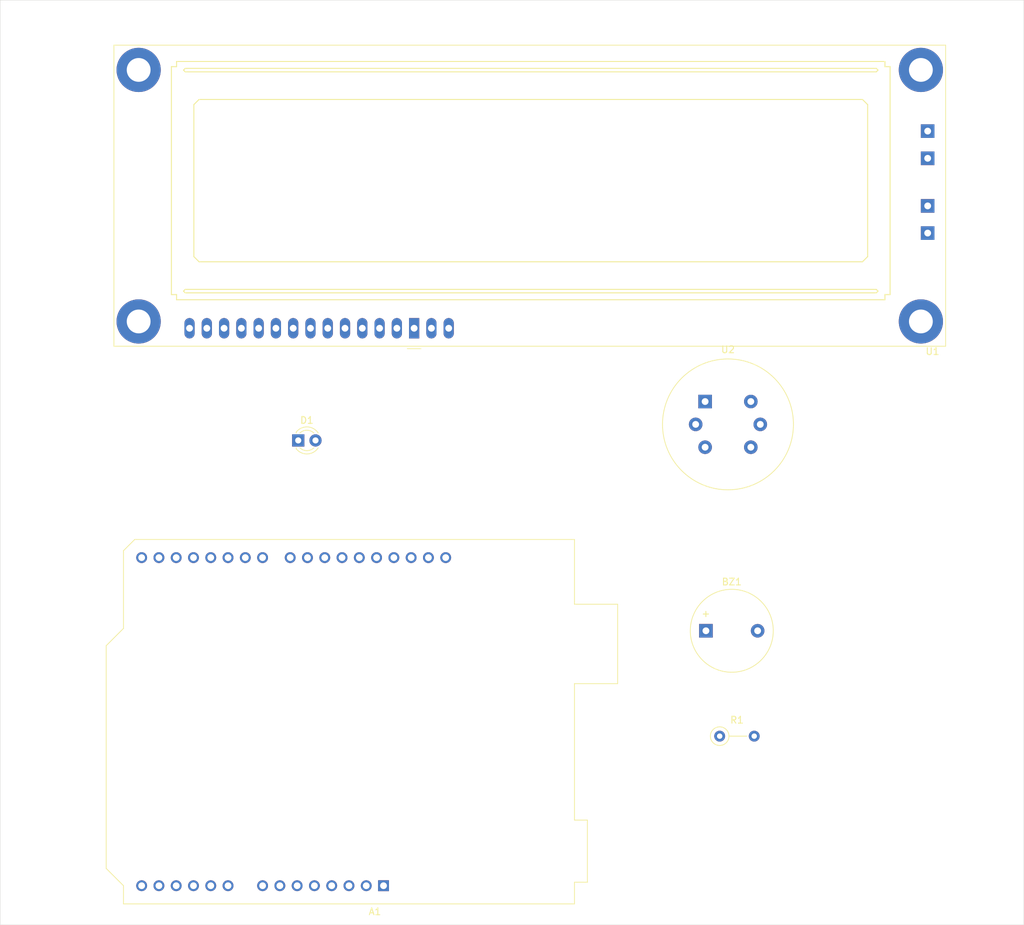
<source format=kicad_pcb>
(kicad_pcb (version 20240108) (generator "pcbnew") (generator_version "8.0")
  (layers (0 "F.Cu" signal) (31 "B.Cu" signal) (34 "B.Paste" user) (35 "F.Paste" user) (36 "B.SilkS" user "B.Silkscreen") (37 "F.SilkS" user "F.Silkscreen") (38 "B.Mask" user) (39 "F.Mask" user) (44 "Edge.Cuts" user))
  (net 0 "")
  (net 1 "Net-(U1-R{slash}~{W})")
  (net 4 "Net-(A1-D3)")
  (net 8 "Net-(A1-D11)")
  (net 9 "Net-(A1-D4)")
  (net 11 "+5V")
  (net 12 "Net-(A1-D7)")
  (net 13 "Net-(A1-D12)")
  (net 17 "Net-(A1-D10)")
  (net 18 "Net-(A1-D6)")
  (net 22 "Net-(A1-D5)")
  (net 23 "Net-(A1-D9)")
  (net 32 "Net-(BZ1--)")
  (net 33 "Net-(D1-K)")
  (net 45 "Net-(U2-B1)")
  (footprint "Module:Arduino_UNO_R3" (layer "F.Cu") (at 130.36 162.26 180)
    (property "Reference" "A1" (at 1.27 -3.81 360) (layer "F.SilkS"))
    (property "Value" "Arduino_UNO_R3")
    (fp_line (start 40.77 35.31) (end 40.77 2.54) (stroke (width 0.12)) (layer "F.SilkS"))
    (fp_line (start 40.77 2.54) (end 38.23 0) (stroke (width 0.12)) (layer "F.SilkS"))
    (fp_line (start 38.23 49.28) (end 38.23 37.85) (stroke (width 0.12)) (layer "F.SilkS"))
    (fp_line (start 38.23 37.85) (end 40.77 35.31) (stroke (width 0.12)) (layer "F.SilkS"))
    (fp_line (start 38.23 0) (end 38.23 -2.67) (stroke (width 0.12)) (layer "F.SilkS"))
    (fp_line (start 38.23 -2.67) (end -28.07 -2.67) (stroke (width 0.12)) (layer "F.SilkS"))
    (fp_line (start 36.58 50.93) (end 38.23 49.28) (stroke (width 0.12)) (layer "F.SilkS"))
    (fp_line (start -28.07 50.93) (end 36.58 50.93) (stroke (width 0.12)) (layer "F.SilkS"))
    (fp_line (start -28.07 41.4) (end -28.07 50.93) (stroke (width 0.12)) (layer "F.SilkS"))
    (fp_line (start -28.07 29.72) (end -34.42 29.72) (stroke (width 0.12)) (layer "F.SilkS"))
    (fp_line (start -28.07 9.65) (end -28.07 29.72) (stroke (width 0.12)) (layer "F.SilkS"))
    (fp_line (start -28.07 0.51) (end -29.97 0.51) (stroke (width 0.12)) (layer "F.SilkS"))
    (fp_line (start -28.07 -2.67) (end -28.07 0.51) (stroke (width 0.12)) (layer "F.SilkS"))
    (fp_line (start -29.97 9.65) (end -28.07 9.65) (stroke (width 0.12)) (layer "F.SilkS"))
    (fp_line (start -29.97 0.51) (end -29.97 9.65) (stroke (width 0.12)) (layer "F.SilkS"))
    (fp_line (start -34.42 41.4) (end -28.07 41.4) (stroke (width 0.12)) (layer "F.SilkS"))
    (fp_line (start -34.42 29.72) (end -34.42 41.4) (stroke (width 0.12)) (layer "F.SilkS"))
    (pad "1" thru_hole rect (at 0 0 270) (size 1.6 1.6) (drill 1) (layers "*.Cu" "*.Mask"))
    (pad "2" thru_hole oval (at 2.54 0 270) (size 1.6 1.6) (drill 1) (layers "*.Cu" "*.Mask"))
    (pad "3" thru_hole oval (at 5.08 0 270) (size 1.6 1.6) (drill 1) (layers "*.Cu" "*.Mask"))
    (pad "4" thru_hole oval (at 7.62 0 270) (size 1.6 1.6) (drill 1) (layers "*.Cu" "*.Mask"))
    (pad "5" thru_hole oval (at 10.16 0 270) (size 1.6 1.6) (drill 1) (layers "*.Cu" "*.Mask") (net 11 "+5V"))
    (pad "6" thru_hole oval (at 12.7 0 270) (size 1.6 1.6) (drill 1) (layers "*.Cu" "*.Mask"))
    (pad "7" thru_hole oval (at 15.24 0 270) (size 1.6 1.6) (drill 1) (layers "*.Cu" "*.Mask") (net 1 "Net-(U1-R{slash}~{W})"))
    (pad "8" thru_hole oval (at 17.78 0 270) (size 1.6 1.6) (drill 1) (layers "*.Cu" "*.Mask"))
    (pad "9" thru_hole oval (at 22.86 0 270) (size 1.6 1.6) (drill 1) (layers "*.Cu" "*.Mask"))
    (pad "10" thru_hole oval (at 25.4 0 270) (size 1.6 1.6) (drill 1) (layers "*.Cu" "*.Mask"))
    (pad "11" thru_hole oval (at 27.94 0 270) (size 1.6 1.6) (drill 1) (layers "*.Cu" "*.Mask"))
    (pad "12" thru_hole oval (at 30.48 0 270) (size 1.6 1.6) (drill 1) (layers "*.Cu" "*.Mask"))
    (pad "13" thru_hole oval (at 33.02 0 270) (size 1.6 1.6) (drill 1) (layers "*.Cu" "*.Mask"))
    (pad "14" thru_hole oval (at 35.56 0 270) (size 1.6 1.6) (drill 1) (layers "*.Cu" "*.Mask"))
    (pad "15" thru_hole oval (at 35.56 48.26 270) (size 1.6 1.6) (drill 1) (layers "*.Cu" "*.Mask"))
    (pad "16" thru_hole oval (at 33.02 48.26 270) (size 1.6 1.6) (drill 1) (layers "*.Cu" "*.Mask"))
    (pad "17" thru_hole oval (at 30.48 48.26 270) (size 1.6 1.6) (drill 1) (layers "*.Cu" "*.Mask"))
    (pad "18" thru_hole oval (at 27.94 48.26 270) (size 1.6 1.6) (drill 1) (layers "*.Cu" "*.Mask") (net 4 "Net-(A1-D3)"))
    (pad "19" thru_hole oval (at 25.4 48.26 270) (size 1.6 1.6) (drill 1) (layers "*.Cu" "*.Mask") (net 9 "Net-(A1-D4)"))
    (pad "20" thru_hole oval (at 22.86 48.26 270) (size 1.6 1.6) (drill 1) (layers "*.Cu" "*.Mask") (net 22 "Net-(A1-D5)"))
    (pad "21" thru_hole oval (at 20.32 48.26 270) (size 1.6 1.6) (drill 1) (layers "*.Cu" "*.Mask") (net 18 "Net-(A1-D6)"))
    (pad "22" thru_hole oval (at 17.78 48.26 270) (size 1.6 1.6) (drill 1) (layers "*.Cu" "*.Mask") (net 12 "Net-(A1-D7)"))
    (pad "23" thru_hole oval (at 13.72 48.26 270) (size 1.6 1.6) (drill 1) (layers "*.Cu" "*.Mask"))
    (pad "24" thru_hole oval (at 11.18 48.26 270) (size 1.6 1.6) (drill 1) (layers "*.Cu" "*.Mask") (net 23 "Net-(A1-D9)"))
    (pad "25" thru_hole oval (at 8.64 48.26 270) (size 1.6 1.6) (drill 1) (layers "*.Cu" "*.Mask") (net 17 "Net-(A1-D10)"))
    (pad "26" thru_hole oval (at 6.1 48.26 270) (size 1.6 1.6) (drill 1) (layers "*.Cu" "*.Mask") (net 8 "Net-(A1-D11)"))
    (pad "27" thru_hole oval (at 3.56 48.26 270) (size 1.6 1.6) (drill 1) (layers "*.Cu" "*.Mask") (net 13 "Net-(A1-D12)"))
    (pad "28" thru_hole oval (at 1.02 48.26 270) (size 1.6 1.6) (drill 1) (layers "*.Cu" "*.Mask"))
    (pad "29" thru_hole oval (at -1.52 48.26 270) (size 1.6 1.6) (drill 1) (layers "*.Cu" "*.Mask") (net 1 "Net-(U1-R{slash}~{W})"))
    (pad "30" thru_hole oval (at -4.06 48.26 270) (size 1.6 1.6) (drill 1) (layers "*.Cu" "*.Mask"))
    (pad "31" thru_hole oval (at -6.6 48.26 270) (size 1.6 1.6) (drill 1) (layers "*.Cu" "*.Mask"))
    (pad "32" thru_hole oval (at -9.14 48.26 270) (size 1.6 1.6) (drill 1) (layers "*.Cu" "*.Mask"))
  )
  (footprint "Resistor_THT:R_Axial_DIN0207_L6.3mm_D2.5mm_P5.08mm_Vertical" (layer "F.Cu") (at 179.78 140.26)
    (property "Reference" "R1" (at 2.54 -2.37 0) (layer "F.SilkS"))
    (property "Value" "R")
    (fp_line (start 1.37 0) (end 3.98 0) (stroke (width 0.12)) (layer "F.SilkS"))
    (fp_circle (center 0 0) (end 1.37 0) (stroke (width 0.12)) (fill none) (layer "F.SilkS"))
    (pad "1" thru_hole circle (at 0 0) (size 1.6 1.6) (drill 0.8) (layers "*.Cu" "*.Mask") (net 33 "Net-(D1-K)"))
    (pad "2" thru_hole oval (at 5.08 0) (size 1.6 1.6) (drill 0.8) (layers "*.Cu" "*.Mask") (net 32 "Net-(BZ1--)"))
  )
  (footprint "Display:LCD-016N002L" (layer "F.Cu") (at 134.86 80.26 180)
    (property "Reference" "U1" (at -76.21 -3.41 360) (layer "F.SilkS"))
    (property "Value" "LCD-016N002L")
    (fp_line (start 44.14 -2.64) (end 44.14 41.64) (stroke (width 0.12)) (layer "F.SilkS"))
    (fp_line (start 44.14 -2.64) (end -78.14 -2.64) (stroke (width 0.12)) (layer "F.SilkS"))
    (fp_line (start 35.687 38.481) (end 35.687 4.953) (stroke (width 0.15)) (layer "F.SilkS"))
    (fp_line (start 35.687 38.481) (end 34.925 38.481) (stroke (width 0.15)) (layer "F.SilkS"))
    (fp_line (start 34.925 38.481) (end 34.925 39.243) (stroke (width 0.15)) (layer "F.SilkS"))
    (fp_line (start 34.925 4.953) (end 35.687 4.953) (stroke (width 0.15)) (layer "F.SilkS"))
    (fp_line (start 34.925 4.191) (end 34.925 4.953) (stroke (width 0.15)) (layer "F.SilkS"))
    (fp_line (start 34.925 4.191) (end -69.215 4.191) (stroke (width 0.15)) (layer "F.SilkS"))
    (fp_line (start 33.909 37.973) (end 33.655 37.719) (stroke (width 0.15)) (layer "F.SilkS"))
    (fp_line (start 33.909 5.461) (end 33.655 5.715) (stroke (width 0.15)) (layer "F.SilkS"))
    (fp_line (start 33.655 38.227) (end 33.909 37.973) (stroke (width 0.15)) (layer "F.SilkS"))
    (fp_line (start 33.655 37.719) (end -67.945 37.719) (stroke (width 0.15)) (layer "F.SilkS"))
    (fp_line (start 33.655 5.207) (end 33.909 5.461) (stroke (width 0.15)) (layer "F.SilkS"))
    (fp_line (start 33.655 5.207) (end -67.945 5.207) (stroke (width 0.15)) (layer "F.SilkS"))
    (fp_line (start 32.385 32.893) (end 31.623 33.655) (stroke (width 0.15)) (layer "F.SilkS"))
    (fp_line (start 32.385 10.541) (end 32.385 32.893) (stroke (width 0.15)) (layer "F.SilkS"))
    (fp_line (start 31.623 33.655) (end -65.913 33.655) (stroke (width 0.15)) (layer "F.SilkS"))
    (fp_line (start 31.623 9.779) (end 32.385 10.541) (stroke (width 0.15)) (layer "F.SilkS"))
    (fp_line (start -1 -3) (end 1 -3) (stroke (width 0.12)) (layer "F.SilkS"))
    (fp_line (start -65.913 33.655) (end -66.675 32.893) (stroke (width 0.15)) (layer "F.SilkS"))
    (fp_line (start -65.913 9.779) (end 31.623 9.779) (stroke (width 0.15)) (layer "F.SilkS"))
    (fp_line (start -66.675 32.893) (end -66.675 10.541) (stroke (width 0.15)) (layer "F.SilkS"))
    (fp_line (start -66.675 10.541) (end -65.913 9.779) (stroke (width 0.15)) (layer "F.SilkS"))
    (fp_line (start -67.945 38.227) (end 33.655 38.227) (stroke (width 0.15)) (layer "F.SilkS"))
    (fp_line (start -67.945 37.719) (end -68.199 37.973) (stroke (width 0.15)) (layer "F.SilkS"))
    (fp_line (start -67.945 5.715) (end 33.655 5.715) (stroke (width 0.15)) (layer "F.SilkS"))
    (fp_line (start -67.945 5.207) (end -68.199 5.461) (stroke (width 0.15)) (layer "F.SilkS"))
    (fp_line (start -68.199 37.973) (end -67.945 38.227) (stroke (width 0.15)) (layer "F.SilkS"))
    (fp_line (start -68.199 5.461) (end -67.945 5.715) (stroke (width 0.15)) (layer "F.SilkS"))
    (fp_line (start -69.215 39.243) (end 34.925 39.243) (stroke (width 0.15)) (layer "F.SilkS"))
    (fp_line (start -69.215 39.243) (end -69.215 38.481) (stroke (width 0.15)) (layer "F.SilkS"))
    (fp_line (start -69.215 38.481) (end -69.977 38.481) (stroke (width 0.15)) (layer "F.SilkS"))
    (fp_line (start -69.215 4.953) (end -69.977 4.953) (stroke (width 0.15)) (layer "F.SilkS"))
    (fp_line (start -69.215 4.191) (end -69.215 4.953) (stroke (width 0.15)) (layer "F.SilkS"))
    (fp_line (start -69.977 4.953) (end -69.977 38.481) (stroke (width 0.15)) (layer "F.SilkS"))
    (fp_line (start -78.14 41.64) (end 44.14 41.64) (stroke (width 0.12)) (layer "F.SilkS"))
    (fp_line (start -78.14 -2.64) (end -78.14 41.64) (stroke (width 0.12)) (layer "F.SilkS"))
    (pad "" thru_hole circle (at -74.5 1) (size 6.5 6.5) (drill 3.5) (layers "*.Cu" "*.Mask"))
    (pad "" thru_hole circle (at -74.5 38) (size 6.5 6.5) (drill 3.5) (layers "*.Cu" "*.Mask"))
    (pad "" thru_hole circle (at 40.5 1) (size 6.5 6.5) (drill 3.5) (layers "*.Cu" "*.Mask"))
    (pad "" thru_hole circle (at 40.5 38) (size 6.5 6.5) (drill 3.5) (layers "*.Cu" "*.Mask"))
    (pad "1" thru_hole rect (at 0 0) (size 1.5 3) (drill 1) (layers "*.Cu" "*.Mask") (net 11 "+5V"))
    (pad "2" thru_hole oval (at 2.54 0) (size 1.5 3) (drill 1) (layers "*.Cu" "*.Mask") (net 1 "Net-(U1-R{slash}~{W})"))
    (pad "3" thru_hole oval (at 5.08 0) (size 1.5 3) (drill 1) (layers "*.Cu" "*.Mask"))
    (pad "4" thru_hole oval (at 7.62 0) (size 1.5 3) (drill 1) (layers "*.Cu" "*.Mask") (net 13 "Net-(A1-D12)"))
    (pad "5" thru_hole oval (at 10.16 0) (size 1.5 3) (drill 1) (layers "*.Cu" "*.Mask") (net 1 "Net-(U1-R{slash}~{W})"))
    (pad "6" thru_hole oval (at 12.7 0) (size 1.5 3) (drill 1) (layers "*.Cu" "*.Mask") (net 8 "Net-(A1-D11)"))
    (pad "7" thru_hole oval (at 15.24 0) (size 1.5 3) (drill 1) (layers "*.Cu" "*.Mask"))
    (pad "8" thru_hole oval (at 17.78 0) (size 1.5 3) (drill 1) (layers "*.Cu" "*.Mask"))
    (pad "9" thru_hole oval (at 20.32 0) (size 1.5 3) (drill 1) (layers "*.Cu" "*.Mask"))
    (pad "10" thru_hole oval (at 22.86 0) (size 1.5 3) (drill 1) (layers "*.Cu" "*.Mask"))
    (pad "11" thru_hole oval (at 25.4 0) (size 1.5 3) (drill 1) (layers "*.Cu" "*.Mask") (net 22 "Net-(A1-D5)"))
    (pad "12" thru_hole oval (at 27.94 0) (size 1.5 3) (drill 1) (layers "*.Cu" "*.Mask") (net 9 "Net-(A1-D4)"))
    (pad "13" thru_hole oval (at 30.48 0) (size 1.5 3) (drill 1) (layers "*.Cu" "*.Mask") (net 4 "Net-(A1-D3)"))
    (pad "14" thru_hole oval (at 33.02 0) (size 1.5 3) (drill 1) (layers "*.Cu" "*.Mask") (net 18 "Net-(A1-D6)"))
    (pad "15" thru_hole oval (at -2.54 0) (size 1.5 3) (drill 1) (layers "*.Cu" "*.Mask"))
    (pad "16" thru_hole oval (at -5.08 0) (size 1.5 3) (drill 1) (layers "*.Cu" "*.Mask"))
    (pad "A1" thru_hole rect (at -75.5 14) (size 2 2) (drill 1) (layers "*.Cu" "*.Mask"))
    (pad "A2" thru_hole rect (at -75.5 25) (size 2 2) (drill 1) (layers "*.Cu" "*.Mask"))
    (pad "K1" thru_hole rect (at -75.5 18) (size 2 2) (drill 1) (layers "*.Cu" "*.Mask"))
    (pad "K2" thru_hole rect (at -75.5 29) (size 2 2) (drill 1) (layers "*.Cu" "*.Mask"))
  )
  (footprint "Sensor:MQ-6" (layer "F.Cu") (at 177.64 91.04)
    (property "Reference" "U2" (at 3.36 -7.64 0) (layer "F.SilkS"))
    (property "Value" "MQ-6")
    (fp_circle (center 3.36 3.36) (end 12.985 3.36) (stroke (width 0.12)) (fill none) (layer "F.SilkS"))
    (pad "1" thru_hole rect (at 0 0) (size 2 2) (drill 1) (layers "*.Cu" "*.Mask") (net 45 "Net-(U2-B1)"))
    (pad "2" thru_hole circle (at -1.39 3.36) (size 2 2) (drill 1) (layers "*.Cu" "*.Mask") (net 11 "+5V"))
    (pad "3" thru_hole circle (at 0 6.72 90) (size 2 2) (drill 1) (layers "*.Cu" "*.Mask") (net 45 "Net-(U2-B1)"))
    (pad "4" thru_hole circle (at 6.72 6.72 180) (size 2 2) (drill 1) (layers "*.Cu" "*.Mask") (net 23 "Net-(A1-D9)"))
    (pad "5" thru_hole circle (at 8.11 3.36) (size 2 2) (drill 1) (layers "*.Cu" "*.Mask") (net 32 "Net-(BZ1--)"))
    (pad "6" thru_hole circle (at 6.72 0 270) (size 2 2) (drill 1) (layers "*.Cu" "*.Mask") (net 23 "Net-(A1-D9)"))
  )
  (footprint "Buzzer_Beeper:Buzzer_12x9.5RM7.6" (layer "F.Cu") (at 177.76 124.76)
    (property "Reference" "BZ1" (at 3.8 -7.2 0) (layer "F.SilkS"))
    (property "Value" "Buzzer")
    (fp_circle (center 3.8 0) (end 9.9 0) (stroke (width 0.12)) (fill none) (layer "F.SilkS"))
    (fp_text user "+" (at -0.01 -2.54 0) (layer "F.SilkS"))
    (pad "1" thru_hole rect (at 0 0) (size 2 2) (drill 1) (layers "*.Cu" "*.Mask") (net 17 "Net-(A1-D10)"))
    (pad "2" thru_hole circle (at 7.6 0) (size 2 2) (drill 1) (layers "*.Cu" "*.Mask") (net 32 "Net-(BZ1--)"))
  )
  (footprint "LED_THT:LED_D3.0mm" (layer "F.Cu") (at 117.82 96.76)
    (property "Reference" "D1" (at 1.27 -2.96 0) (layer "F.SilkS"))
    (property "Value" "LED")
    (fp_line (start -0.29 -1.236) (end -0.29 -1.08) (stroke (width 0.12)) (layer "F.SilkS"))
    (fp_line (start -0.29 1.08) (end -0.29 1.236) (stroke (width 0.12)) (layer "F.SilkS"))
    (fp_arc (start -0.29 -1.235516) (mid 1.365624 -1.987701) (end 2.941397 -1.080061) (stroke (width 0.12)) (layer "F.SilkS"))
    (fp_arc (start 0.229039 -1.08) (mid 1.269965 -1.5) (end 2.31091 -1.080049) (stroke (width 0.12)) (layer "F.SilkS"))
    (fp_arc (start 2.31091 1.080049) (mid 1.269965 1.5) (end 0.229039 1.08) (stroke (width 0.12)) (layer "F.SilkS"))
    (fp_arc (start 2.941397 1.080061) (mid 1.365624 1.987701) (end -0.29 1.235516) (stroke (width 0.12)) (layer "F.SilkS"))
    (pad "1" thru_hole rect (at 0 0) (size 1.8 1.8) (drill 0.9) (layers "*.Cu" "*.Mask") (net 33 "Net-(D1-K)"))
    (pad "2" thru_hole circle (at 2.54 0) (size 1.8 1.8) (drill 0.9) (layers "*.Cu" "*.Mask") (net 12 "Net-(A1-D7)"))
  )
  (gr_rect (start 74 32) (end 224.5 168) (stroke (width 0.05)) (fill none) (layer "Edge.Cuts"))
)
</source>
